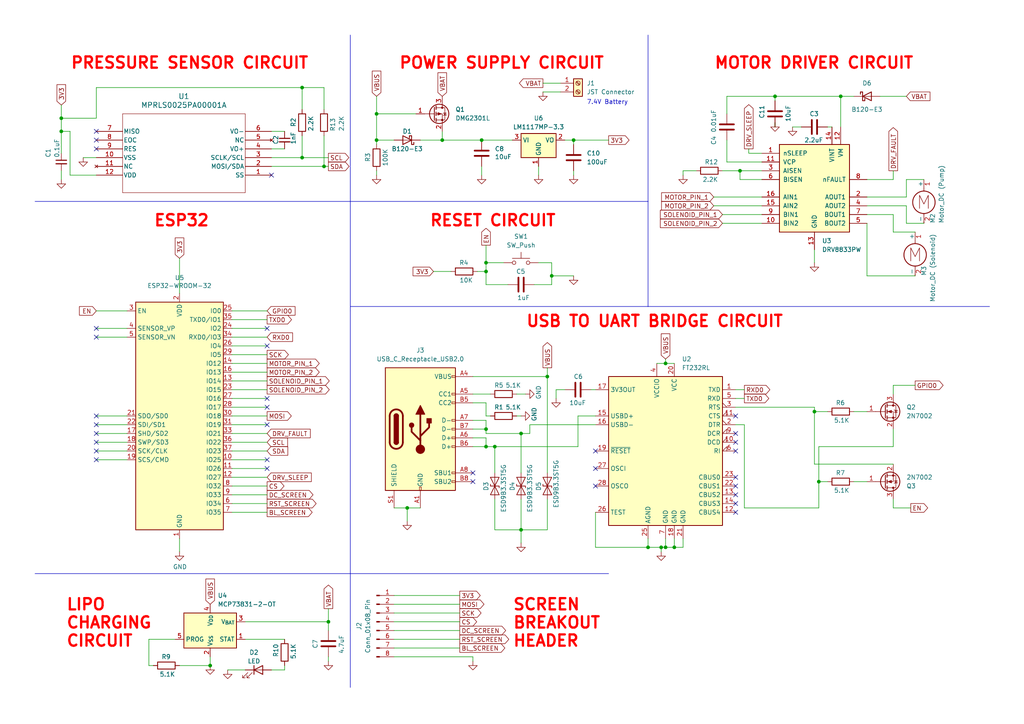
<source format=kicad_sch>
(kicad_sch (version 20230121) (generator eeschema)
  (paper "A4")
  (title_block (title "BP - Initial Revision") (date "2023-11-16") (rev "1"))
  (lib_symbols
    (symbol "Battery_Management:MCP73831-2-OT"
      (property "Reference" "U" (at -7.62 6.35 0))
      (property "Value" "MCP73831-2-OT" (at 1.27 6.35 0))
      (symbol "MCP73831-2-OT_1_1"
        (pin output line (at 10.16 -2.54 180) (length 2.54) (name "STAT") (number "1"))
        (pin power_in line (at 0 -7.62 90) (length 2.54) (name "V_{SS}") (number "2"))
        (pin power_out line (at 10.16 2.54 180) (length 2.54) (name "V_{BAT}") (number "3"))
        (pin power_in line (at 0 7.62 270) (length 2.54) (name "V_{DD}") (number "4"))
        (pin input line (at -10.16 -2.54 0) (length 2.54) (name "PROG") (number "5"))
      )
    )
    (symbol "Connector:Conn_01x08_Pin" (pin_names (offset 1.016) hide)
      (property "Reference" "J" (at 0 10.16 0))
      (property "Value" "Conn_01x08_Pin" (at 0 -12.7 0))
      (symbol "Conn_01x08_Pin_1_1"
        (pin passive line (at 5.08 7.62 180) (length 3.81) (name "Pin_1") (number "1"))
        (pin passive line (at 5.08 5.08 180) (length 3.81) (name "Pin_2") (number "2"))
        (pin passive line (at 5.08 2.54 180) (length 3.81) (name "Pin_3") (number "3"))
        (pin passive line (at 5.08 0 180) (length 3.81) (name "Pin_4") (number "4"))
        (pin passive line (at 5.08 -2.54 180) (length 3.81) (name "Pin_5") (number "5"))
        (pin passive line (at 5.08 -5.08 180) (length 3.81) (name "Pin_6") (number "6"))
        (pin passive line (at 5.08 -7.62 180) (length 3.81) (name "Pin_7") (number "7"))
        (pin passive line (at 5.08 -10.16 180) (length 3.81) (name "Pin_8") (number "8"))
      )
    )
    (symbol "Connector:Screw_Terminal_01x02" (pin_names (offset 1.016) hide)
      (property "Reference" "J" (at 0 2.54 0))
      (property "Value" "Screw_Terminal_01x02" (at 0 -5.08 0))
      (symbol "Screw_Terminal_01x02_1_1"
        (pin passive line (at -5.08 0 0) (length 3.81) (name "Pin_1") (number "1"))
        (pin passive line (at -5.08 -2.54 0) (length 3.81) (name "Pin_2") (number "2"))
      )
    )
    (symbol "Connector:USB_C_Receptacle_USB2.0" (pin_names (offset 1.016))
      (property "Reference" "J" (at -10.16 19.05 0))
      (property "Value" "USB_C_Receptacle_USB2.0" (at 19.05 19.05 0))
      (symbol "USB_C_Receptacle_USB2.0_1_1"
        (pin passive line (at 0 -22.86 90) (length 5.08) (name "GND") (number "A1"))
        (pin passive line (at 0 -22.86 90) (length 5.08) hide (name "GND") (number "A12"))
        (pin passive line (at 15.24 15.24 180) (length 5.08) (name "VBUS") (number "A4"))
        (pin bidirectional line (at 15.24 10.16 180) (length 5.08) (name "CC1") (number "A5"))
        (pin bidirectional line (at 15.24 -2.54 180) (length 5.08) (name "D+") (number "A6"))
        (pin bidirectional line (at 15.24 2.54 180) (length 5.08) (name "D-") (number "A7"))
        (pin bidirectional line (at 15.24 -12.7 180) (length 5.08) (name "SBU1") (number "A8"))
        (pin passive line (at 15.24 15.24 180) (length 5.08) hide (name "VBUS") (number "A9"))
        (pin passive line (at 0 -22.86 90) (length 5.08) hide (name "GND") (number "B1"))
        (pin passive line (at 0 -22.86 90) (length 5.08) hide (name "GND") (number "B12"))
        (pin passive line (at 15.24 15.24 180) (length 5.08) hide (name "VBUS") (number "B4"))
        (pin bidirectional line (at 15.24 7.62 180) (length 5.08) (name "CC2") (number "B5"))
        (pin bidirectional line (at 15.24 -5.08 180) (length 5.08) (name "D+") (number "B6"))
        (pin bidirectional line (at 15.24 0 180) (length 5.08) (name "D-") (number "B7"))
        (pin bidirectional line (at 15.24 -15.24 180) (length 5.08) (name "SBU2") (number "B8"))
        (pin passive line (at 15.24 15.24 180) (length 5.08) hide (name "VBUS") (number "B9"))
        (pin passive line (at -7.62 -22.86 90) (length 5.08) (name "SHIELD") (number "S1"))
      )
    )
    (symbol "Device:C" (pin_numbers hide) (pin_names (offset 0.254))
      (property "Reference" "C" (at 0.635 2.54 0))
      (property "Value" "C" (at 0.635 -2.54 0))
      (symbol "C_1_1"
        (pin passive line (at 0 3.81 270) (length 2.794) (name "~") (number "1"))
        (pin passive line (at 0 -3.81 90) (length 2.794) (name "~") (number "2"))
      )
    )
    (symbol "Device:C_Small" (pin_numbers hide) (pin_names (offset 0.254) hide)
      (property "Reference" "C" (at 0.254 1.778 0))
      (property "Value" "C_Small" (at 0.254 -2.032 0))
      (symbol "C_Small_1_1"
        (pin passive line (at 0 2.54 270) (length 2.032) (name "~") (number "1"))
        (pin passive line (at 0 -2.54 90) (length 2.032) (name "~") (number "2"))
      )
    )
    (symbol "Device:LED" (pin_numbers hide) (pin_names (offset 1.016) hide)
      (property "Reference" "D" (at 0 2.54 0))
      (property "Value" "LED" (at 0 -2.54 0))
      (symbol "LED_1_1"
        (pin passive line (at -3.81 0 0) (length 2.54) (name "K") (number "1"))
        (pin passive line (at 3.81 0 180) (length 2.54) (name "A") (number "2"))
      )
    )
    (symbol "Device:R" (pin_numbers hide) (pin_names (offset 0))
      (property "Reference" "R" (at 2.032 0 90))
      (property "Value" "R" (at 0 0 90))
      (symbol "R_1_1"
        (pin passive line (at 0 3.81 270) (length 1.27) (name "~") (number "1"))
        (pin passive line (at 0 -3.81 90) (length 1.27) (name "~") (number "2"))
      )
    )
    (symbol "Diode:B120-E3" (pin_numbers hide) (pin_names hide)
      (property "Reference" "D" (at 0 2.54 0))
      (property "Value" "B120-E3" (at 0 -2.54 0))
      (symbol "B120-E3_1_1"
        (pin passive line (at -3.81 0 0) (length 2.54) (name "K") (number "1"))
        (pin passive line (at 3.81 0 180) (length 2.54) (name "A") (number "2"))
      )
    )
    (symbol "Diode:ESD9B3.3ST5G" (pin_numbers hide) (pin_names (offset 1.016) hide)
      (property "Reference" "D" (at 0 2.54 0))
      (property "Value" "ESD9B3.3ST5G" (at 0 -2.54 0))
      (symbol "ESD9B3.3ST5G_1_1"
        (pin passive line (at -3.81 0 0) (length 2.54) (name "A1") (number "1"))
        (pin passive line (at 3.81 0 180) (length 2.54) (name "A2") (number "2"))
      )
    )
    (symbol "Driver_Motor:DRV8833PW" (pin_names (offset 1.016))
      (property "Reference" "U" (at -3.81 16.51 0))
      (property "Value" "DRV8833PW" (at -3.81 13.97 0))
      (symbol "DRV8833PW_1_1"
        (pin input line (at -15.24 10.16 0) (length 5.08) (name "nSLEEP") (number "1"))
        (pin input line (at -15.24 -10.16 0) (length 5.08) (name "BIN2") (number "10"))
        (pin bidirectional line (at -15.24 7.62 0) (length 5.08) (name "VCP") (number "11"))
        (pin power_in line (at 7.62 17.78 270) (length 5.08) (name "VM") (number "12"))
        (pin power_in line (at 0 -17.78 90) (length 5.08) (name "GND") (number "13"))
        (pin power_in line (at 5.08 17.78 270) (length 5.08) (name "VINT") (number "14"))
        (pin input line (at -15.24 -5.08 0) (length 5.08) (name "AIN2") (number "15"))
        (pin input line (at -15.24 -2.54 0) (length 5.08) (name "AIN1") (number "16"))
        (pin power_out line (at 15.24 -2.54 180) (length 5.08) (name "AOUT1") (number "2"))
        (pin bidirectional line (at -15.24 5.08 0) (length 5.08) (name "AISEN") (number "3"))
        (pin power_out line (at 15.24 -5.08 180) (length 5.08) (name "AOUT2") (number "4"))
        (pin power_out line (at 15.24 -10.16 180) (length 5.08) (name "BOUT2") (number "5"))
        (pin bidirectional line (at -15.24 2.54 0) (length 5.08) (name "BISEN") (number "6"))
        (pin power_out line (at 15.24 -7.62 180) (length 5.08) (name "BOUT1") (number "7"))
        (pin open_collector line (at 15.24 2.54 180) (length 5.08) (name "nFAULT") (number "8"))
        (pin input line (at -15.24 -7.62 0) (length 5.08) (name "BIN1") (number "9"))
      )
    )
    (symbol "Interface_USB:FT232RL"
      (property "Reference" "U" (at -16.51 22.86 0))
      (property "Value" "FT232RL" (at 10.16 22.86 0))
      (symbol "FT232RL_1_1"
        (pin output line (at 20.32 17.78 180) (length 3.81) (name "TXD") (number "1"))
        (pin input input_low (at 20.32 2.54 180) (length 3.81) (name "DCD") (number "10"))
        (pin input input_low (at 20.32 10.16 180) (length 3.81) (name "CTS") (number "11"))
        (pin bidirectional line (at 20.32 -17.78 180) (length 3.81) (name "CBUS4") (number "12"))
        (pin bidirectional line (at 20.32 -12.7 180) (length 3.81) (name "CBUS2") (number "13"))
        (pin bidirectional line (at 20.32 -15.24 180) (length 3.81) (name "CBUS3") (number "14"))
        (pin bidirectional line (at -20.32 10.16 0) (length 3.81) (name "USBD+") (number "15"))
        (pin bidirectional line (at -20.32 7.62 0) (length 3.81) (name "USBD-") (number "16"))
        (pin power_out line (at -20.32 17.78 0) (length 3.81) (name "3V3OUT") (number "17"))
        (pin power_in line (at 2.54 -25.4 90) (length 3.81) (name "GND") (number "18"))
        (pin input line (at -20.32 0 0) (length 3.81) (name "~{RESET}") (number "19"))
        (pin output output_low (at 20.32 7.62 180) (length 3.81) (name "DTR") (number "2"))
        (pin power_in line (at 2.54 25.4 270) (length 3.81) (name "VCC") (number "20"))
        (pin power_in line (at 5.08 -25.4 90) (length 3.81) (name "GND") (number "21"))
        (pin bidirectional line (at 20.32 -10.16 180) (length 3.81) (name "CBUS1") (number "22"))
        (pin bidirectional line (at 20.32 -7.62 180) (length 3.81) (name "CBUS0") (number "23"))
        (pin power_in line (at -5.08 -25.4 90) (length 3.81) (name "AGND") (number "25"))
        (pin input line (at -20.32 -17.78 0) (length 3.81) (name "TEST") (number "26"))
        (pin input line (at -20.32 -5.08 0) (length 3.81) (name "OSCI") (number "27"))
        (pin output line (at -20.32 -10.16 0) (length 3.81) (name "OSCO") (number "28"))
        (pin output output_low (at 20.32 12.7 180) (length 3.81) (name "RTS") (number "3"))
        (pin power_in line (at -2.54 25.4 270) (length 3.81) (name "VCCIO") (number "4"))
        (pin input line (at 20.32 15.24 180) (length 3.81) (name "RXD") (number "5"))
        (pin input input_low (at 20.32 0 180) (length 3.81) (name "RI") (number "6"))
        (pin power_in line (at 0 -25.4 90) (length 3.81) (name "GND") (number "7"))
        (pin input input_low (at 20.32 5.08 180) (length 3.81) (name "DCR") (number "9"))
      )
    )
    (symbol "MPRLS0025PA00001A:MPRLS0025PA00001A" (pin_names (offset 0.254))
      (property "Reference" "U" (at 25.4 10.16 0))
      (property "Value" "MPRLS0025PA00001A" (at 25.4 7.62 0))
      (symbol "MPRLS0025PA00001A_0_1"
        (pin unspecified line (at 0 0 0) (length 7.62) (name "SS") (number "1"))
        (pin power_out line (at 50.8 -5.08 180) (length 7.62) (name "VSS") (number "10"))
        (pin no_connect line (at 50.8 -2.54 180) (length 7.62) (name "NC") (number "11"))
        (pin power_in line (at 50.8 0 180) (length 7.62) (name "VDD") (number "12"))
        (pin bidirectional line (at 0 -2.54 0) (length 7.62) (name "MOSI/SDA") (number "2"))
        (pin input line (at 0 -5.08 0) (length 7.62) (name "SCLK/SCL") (number "3"))
        (pin output line (at 0 -7.62 0) (length 7.62) (name "VO+") (number "4"))
        (pin no_connect line (at 0 -10.16 0) (length 7.62) (name "NC") (number "5"))
        (pin output line (at 0 -12.7 0) (length 7.62) (name "VO-") (number "6"))
        (pin output line (at 50.8 -12.7 180) (length 7.62) (name "MISO") (number "7"))
        (pin unspecified line (at 50.8 -10.16 180) (length 7.62) (name "EOC") (number "8"))
        (pin unspecified line (at 50.8 -7.62 180) (length 7.62) (name "RES") (number "9"))
      )
    )
    (symbol "Motor:Motor_DC" (pin_names (offset 0))
      (property "Reference" "M" (at 2.54 2.54 0))
      (property "Value" "Motor_DC" (at 2.54 -5.08 0))
      (symbol "Motor_DC_1_1"
        (pin passive line (at 0 5.08 270) (length 2.54) (name "+") (number "1"))
        (pin passive line (at 0 -7.62 90) (length 2.54) (name "-") (number "2"))
      )
    )
    (symbol "RF_Module:ESP32-WROOM-32D"
      (property "Reference" "U" (at -12.7 34.29 0))
      (property "Value" "ESP32-WROOM-32D" (at 1.27 34.29 0))
      (symbol "ESP32-WROOM-32D_1_1"
        (pin power_in line (at 0 -35.56 90) (length 2.54) (name "GND") (number "1"))
        (pin bidirectional line (at 15.24 -12.7 180) (length 2.54) (name "IO25") (number "10"))
        (pin bidirectional line (at 15.24 -15.24 180) (length 2.54) (name "IO26") (number "11"))
        (pin bidirectional line (at 15.24 -17.78 180) (length 2.54) (name "IO27") (number "12"))
        (pin bidirectional line (at 15.24 10.16 180) (length 2.54) (name "IO14") (number "13"))
        (pin bidirectional line (at 15.24 15.24 180) (length 2.54) (name "IO12") (number "14"))
        (pin passive line (at 0 -35.56 90) (length 2.54) hide (name "GND") (number "15"))
        (pin bidirectional line (at 15.24 12.7 180) (length 2.54) (name "IO13") (number "16"))
        (pin bidirectional line (at -15.24 -5.08 0) (length 2.54) (name "SHD/SD2") (number "17"))
        (pin bidirectional line (at -15.24 -7.62 0) (length 2.54) (name "SWP/SD3") (number "18"))
        (pin bidirectional line (at -15.24 -12.7 0) (length 2.54) (name "SCS/CMD") (number "19"))
        (pin power_in line (at 0 35.56 270) (length 2.54) (name "VDD") (number "2"))
        (pin bidirectional line (at -15.24 -10.16 0) (length 2.54) (name "SCK/CLK") (number "20"))
        (pin bidirectional line (at -15.24 0 0) (length 2.54) (name "SDO/SD0") (number "21"))
        (pin bidirectional line (at -15.24 -2.54 0) (length 2.54) (name "SDI/SD1") (number "22"))
        (pin bidirectional line (at 15.24 7.62 180) (length 2.54) (name "IO15") (number "23"))
        (pin bidirectional line (at 15.24 25.4 180) (length 2.54) (name "IO2") (number "24"))
        (pin bidirectional line (at 15.24 30.48 180) (length 2.54) (name "IO0") (number "25"))
        (pin bidirectional line (at 15.24 20.32 180) (length 2.54) (name "IO4") (number "26"))
        (pin bidirectional line (at 15.24 5.08 180) (length 2.54) (name "IO16") (number "27"))
        (pin bidirectional line (at 15.24 2.54 180) (length 2.54) (name "IO17") (number "28"))
        (pin bidirectional line (at 15.24 17.78 180) (length 2.54) (name "IO5") (number "29"))
        (pin input line (at -15.24 30.48 0) (length 2.54) (name "EN") (number "3"))
        (pin bidirectional line (at 15.24 0 180) (length 2.54) (name "IO18") (number "30"))
        (pin bidirectional line (at 15.24 -2.54 180) (length 2.54) (name "IO19") (number "31"))
        (pin no_connect line (at -12.7 -27.94 0) (length 2.54) hide (name "NC") (number "32"))
        (pin bidirectional line (at 15.24 -5.08 180) (length 2.54) (name "IO21") (number "33"))
        (pin bidirectional line (at 15.24 22.86 180) (length 2.54) (name "RXD0/IO3") (number "34"))
        (pin bidirectional line (at 15.24 27.94 180) (length 2.54) (name "TXD0/IO1") (number "35"))
        (pin bidirectional line (at 15.24 -7.62 180) (length 2.54) (name "IO22") (number "36"))
        (pin bidirectional line (at 15.24 -10.16 180) (length 2.54) (name "IO23") (number "37"))
        (pin passive line (at 0 -35.56 90) (length 2.54) hide (name "GND") (number "38"))
        (pin passive line (at 0 -35.56 90) (length 2.54) hide (name "GND") (number "39"))
        (pin input line (at -15.24 25.4 0) (length 2.54) (name "SENSOR_VP") (number "4"))
        (pin input line (at -15.24 22.86 0) (length 2.54) (name "SENSOR_VN") (number "5"))
        (pin input line (at 15.24 -25.4 180) (length 2.54) (name "IO34") (number "6"))
        (pin input line (at 15.24 -27.94 180) (length 2.54) (name "IO35") (number "7"))
        (pin bidirectional line (at 15.24 -20.32 180) (length 2.54) (name "IO32") (number "8"))
        (pin bidirectional line (at 15.24 -22.86 180) (length 2.54) (name "IO33") (number "9"))
      )
    )
    (symbol "Regulator_Linear:LM1117MP-3.3"
      (property "Reference" "U" (at -3.81 3.175 0))
      (property "Value" "LM1117MP-3.3" (at 0 3.175 0))
      (symbol "LM1117MP-3.3_1_1"
        (pin power_in line (at 0 -7.62 90) (length 2.54) (name "GND") (number "1"))
        (pin power_out line (at 7.62 0 180) (length 2.54) (name "VO") (number "2"))
        (pin power_in line (at -7.62 0 0) (length 2.54) (name "VI") (number "3"))
      )
    )
    (symbol "Switch:SW_Push" (pin_numbers hide) (pin_names (offset 1.016) hide)
      (property "Reference" "SW" (at 1.27 2.54 0))
      (property "Value" "SW_Push" (at 0 -1.524 0))
      (symbol "SW_Push_0_1"
        (pin passive line (at -5.08 0 0) (length 2.54) (name "1") (number "1"))
        (pin passive line (at 5.08 0 180) (length 2.54) (name "2") (number "2"))
      )
    )
    (symbol "Transistor_FET:2N7002" (pin_names hide)
      (property "Reference" "Q" (at 5.08 1.905 0))
      (property "Value" "2N7002" (at 5.08 0 0))
      (symbol "2N7002_1_1"
        (pin input line (at -5.08 0 0) (length 2.54) (name "G") (number "1"))
        (pin passive line (at 2.54 -5.08 90) (length 2.54) (name "S") (number "2"))
        (pin passive line (at 2.54 5.08 270) (length 2.54) (name "D") (number "3"))
      )
    )
    (symbol "Transistor_FET:DMG2301L" (pin_names hide)
      (property "Reference" "Q" (at 5.08 1.905 0))
      (property "Value" "DMG2301L" (at 5.08 0 0))
      (symbol "DMG2301L_1_1"
        (pin input line (at -5.08 0 0) (length 2.54) (name "G") (number "1"))
        (pin passive line (at 2.54 -5.08 90) (length 2.54) (name "S") (number "2"))
        (pin passive line (at 2.54 5.08 270) (length 2.54) (name "D") (number "3"))
      )
    )
    (symbol "power:GND" (power) (pin_names (offset 0))
      (property "Value" "GND" (at 0 -3.81 0))
      (symbol "GND_1_1"
        (pin power_in line (at 0 0 270) (length 0) hide (name "GND") (number "1"))
      )
    )
  )
  (junction (at 140.97 124.46))
  (junction (at 151.13 153.67))
  (junction (at 139.7 40.64))
  (junction (at 95.25 180.34))
  (junction (at 140.97 76.2))
  (junction (at 109.22 40.64))
  (junction (at 140.97 129.54))
  (junction (at 109.22 33.02))
  (junction (at 158.75 109.22))
  (junction (at 195.58 158.75))
  (junction (at 237.49 139.7))
  (junction (at 17.78 38.1))
  (junction (at 128.27 40.64))
  (junction (at 191.77 158.75))
  (junction (at 87.63 25.4))
  (junction (at 151.13 125.73))
  (junction (at 140.97 78.74))
  (junction (at 60.96 193.04))
  (junction (at 243.84 27.94))
  (junction (at 93.98 48.26))
  (junction (at 87.63 45.72))
  (junction (at 193.04 158.75))
  (junction (at 236.22 119.38))
  (junction (at 214.63 49.53))
  (junction (at 193.04 105.41))
  (junction (at 17.78 34.29))
  (junction (at 118.11 147.32))
  (junction (at 160.02 80.01))
  (junction (at 187.96 158.75))
  (junction (at 143.51 129.54))
  (junction (at 166.37 40.64))
  (junction (at 224.79 27.94))
  (no_connect (at 172.72 140.97))
  (no_connect (at 27.94 125.73))
  (no_connect (at 27.94 123.19))
  (no_connect (at 27.94 97.79))
  (no_connect (at 213.36 120.65))
  (no_connect (at 27.94 40.64))
  (no_connect (at 137.16 139.7))
  (no_connect (at 213.36 125.73))
  (no_connect (at 172.72 130.81))
  (no_connect (at 77.47 115.57))
  (no_connect (at 213.36 128.27))
  (no_connect (at 77.47 118.11))
  (no_connect (at 213.36 146.05))
  (no_connect (at 27.94 133.35))
  (no_connect (at 213.36 143.51))
  (no_connect (at 27.94 43.18))
  (no_connect (at 77.47 95.25))
  (no_connect (at 213.36 140.97))
  (no_connect (at 213.36 138.43))
  (no_connect (at 78.74 50.8))
  (no_connect (at 172.72 135.89))
  (no_connect (at 213.36 130.81))
  (no_connect (at 77.47 135.89))
  (no_connect (at 77.47 133.35))
  (no_connect (at 77.47 100.33))
  (no_connect (at 27.94 128.27))
  (no_connect (at 137.16 137.16))
  (no_connect (at 27.94 95.25))
  (no_connect (at 27.94 130.81))
  (no_connect (at 77.47 123.19))
  (no_connect (at 27.94 120.65))
  (no_connect (at 213.36 148.59))
  (no_connect (at 27.94 38.1))
  (wire (pts (xy 143.51 129.54) (xy 143.51 137.16)))
  (wire (pts (xy 220.98 49.53) (xy 214.63 49.53)))
  (wire (pts (xy 158.75 106.68) (xy 158.75 109.22)))
  (wire (pts (xy 67.31 95.25) (xy 77.47 95.25)))
  (polyline (pts (xy 101.6 90.17) (xy 101.6 166.37)))
  (wire (pts (xy 93.98 25.4) (xy 93.98 31.75)))
  (wire (pts (xy 71.12 185.42) (xy 82.55 185.42)))
  (wire (pts (xy 259.08 62.23) (xy 259.08 67.31)))
  (wire (pts (xy 140.97 78.74) (xy 140.97 82.55)))
  (wire (pts (xy 193.04 105.41) (xy 195.58 105.41)))
  (wire (pts (xy 167.64 120.65) (xy 172.72 120.65)))
  (wire (pts (xy 251.46 80.01) (xy 265.43 80.01)))
  (polyline (pts (xy 101.6 166.37) (xy 101.6 182.88)))
  (wire (pts (xy 251.46 64.77) (xy 251.46 80.01)))
  (wire (pts (xy 27.94 95.25) (xy 36.83 95.25)))
  (wire (pts (xy 236.22 134.62) (xy 236.22 119.38)))
  (wire (pts (xy 139.7 40.64) (xy 148.59 40.64)))
  (polyline (pts (xy 101.6 10.16) (xy 101.6 58.42)))
  (wire (pts (xy 158.75 109.22) (xy 137.16 109.22)))
  (wire (pts (xy 237.49 139.7) (xy 240.03 139.7)))
  (wire (pts (xy 193.04 158.75) (xy 195.58 158.75)))
  (wire (pts (xy 237.49 129.54) (xy 237.49 139.7)))
  (wire (pts (xy 87.63 45.72) (xy 95.25 45.72)))
  (wire (pts (xy 207.01 57.15) (xy 220.98 57.15)))
  (wire (pts (xy 114.3 147.32) (xy 118.11 147.32)))
  (wire (pts (xy 153.67 125.73) (xy 153.67 123.19)))
  (wire (pts (xy 24.13 45.72) (xy 27.94 45.72)))
  (wire (pts (xy 259.08 147.32) (xy 264.16 147.32)))
  (wire (pts (xy 247.65 119.38) (xy 251.46 119.38)))
  (wire (pts (xy 217.17 44.45) (xy 220.98 44.45)))
  (wire (pts (xy 137.16 121.92) (xy 140.97 121.92)))
  (wire (pts (xy 143.51 129.54) (xy 167.64 129.54)))
  (wire (pts (xy 27.94 130.81) (xy 36.83 130.81)))
  (wire (pts (xy 67.31 133.35) (xy 77.47 133.35)))
  (wire (pts (xy 128.27 40.64) (xy 139.7 40.64)))
  (wire (pts (xy 95.25 180.34) (xy 95.25 182.88)))
  (wire (pts (xy 193.04 156.21) (xy 193.04 158.75)))
  (wire (pts (xy 259.08 147.32) (xy 259.08 144.78)))
  (wire (pts (xy 143.51 153.67) (xy 151.13 153.67)))
  (wire (pts (xy 67.31 128.27) (xy 77.47 128.27)))
  (wire (pts (xy 114.3 180.34) (xy 133.35 180.34)))
  (wire (pts (xy 154.94 82.55) (xy 160.02 82.55)))
  (polyline (pts (xy 187.96 58.42) (xy 101.6 58.42)))
  (wire (pts (xy 95.25 190.5) (xy 95.25 191.77)))
  (wire (pts (xy 198.12 156.21) (xy 198.12 158.75)))
  (wire (pts (xy 67.31 146.05) (xy 77.47 146.05)))
  (wire (pts (xy 67.31 90.17) (xy 77.47 90.17)))
  (wire (pts (xy 114.3 190.5) (xy 137.16 190.5)))
  (wire (pts (xy 137.16 190.5) (xy 137.16 191.77)))
  (wire (pts (xy 27.94 50.8) (xy 20.32 50.8)))
  (wire (pts (xy 52.07 193.04) (xy 60.96 193.04)))
  (wire (pts (xy 109.22 33.02) (xy 109.22 40.64)))
  (wire (pts (xy 151.13 157.48) (xy 151.13 153.67)))
  (wire (pts (xy 109.22 27.94) (xy 109.22 33.02)))
  (wire (pts (xy 143.51 144.78) (xy 143.51 153.67)))
  (wire (pts (xy 247.65 139.7) (xy 251.46 139.7)))
  (wire (pts (xy 137.16 127) (xy 140.97 127)))
  (wire (pts (xy 17.78 49.53) (xy 17.78 52.07)))
  (wire (pts (xy 220.98 52.07) (xy 214.63 52.07)))
  (wire (pts (xy 67.31 118.11) (xy 77.47 118.11)))
  (wire (pts (xy 215.9 147.32) (xy 237.49 147.32)))
  (wire (pts (xy 140.97 82.55) (xy 147.32 82.55)))
  (wire (pts (xy 67.31 135.89) (xy 77.47 135.89)))
  (wire (pts (xy 78.74 43.18) (xy 82.55 43.18)))
  (wire (pts (xy 209.55 49.53) (xy 214.63 49.53)))
  (wire (pts (xy 149.86 114.3) (xy 152.4 114.3)))
  (wire (pts (xy 210.82 27.94) (xy 224.79 27.94)))
  (wire (pts (xy 160.02 76.2) (xy 160.02 80.01)))
  (wire (pts (xy 43.18 185.42) (xy 43.18 193.04)))
  (wire (pts (xy 171.45 113.03) (xy 172.72 113.03)))
  (wire (pts (xy 243.84 27.94) (xy 247.65 27.94)))
  (wire (pts (xy 78.74 48.26) (xy 93.98 48.26)))
  (wire (pts (xy 140.97 116.84) (xy 140.97 120.65)))
  (wire (pts (xy 251.46 59.69) (xy 262.89 59.69)))
  (wire (pts (xy 251.46 62.23) (xy 259.08 62.23)))
  (wire (pts (xy 140.97 127) (xy 140.97 129.54)))
  (wire (pts (xy 67.31 113.03) (xy 77.47 113.03)))
  (wire (pts (xy 95.25 180.34) (xy 95.25 176.53)))
  (wire (pts (xy 27.94 90.17) (xy 36.83 90.17)))
  (wire (pts (xy 259.08 111.76) (xy 265.43 111.76)))
  (wire (pts (xy 20.32 50.8) (xy 20.32 38.1)))
  (wire (pts (xy 67.31 105.41) (xy 77.47 105.41)))
  (wire (pts (xy 52.07 156.21) (xy 52.07 160.02)))
  (wire (pts (xy 138.43 78.74) (xy 140.97 78.74)))
  (wire (pts (xy 17.78 34.29) (xy 17.78 38.1)))
  (wire (pts (xy 214.63 52.07) (xy 214.63 49.53)))
  (wire (pts (xy 114.3 177.8) (xy 133.35 177.8)))
  (wire (pts (xy 160.02 80.01) (xy 166.37 80.01)))
  (wire (pts (xy 213.36 123.19) (xy 215.9 123.19)))
  (wire (pts (xy 166.37 40.64) (xy 166.37 41.91)))
  (wire (pts (xy 137.16 114.3) (xy 142.24 114.3)))
  (wire (pts (xy 224.79 35.56) (xy 224.79 36.83)))
  (wire (pts (xy 210.82 46.99) (xy 220.98 46.99)))
  (wire (pts (xy 157.48 26.67) (xy 162.56 26.67)))
  (wire (pts (xy 52.07 74.93) (xy 52.07 85.09)))
  (wire (pts (xy 139.7 48.26) (xy 139.7 50.8)))
  (wire (pts (xy 210.82 27.94) (xy 210.82 33.02)))
  (wire (pts (xy 67.31 115.57) (xy 77.47 115.57)))
  (wire (pts (xy 195.58 158.75) (xy 198.12 158.75)))
  (wire (pts (xy 114.3 187.96) (xy 133.35 187.96)))
  (wire (pts (xy 27.94 123.19) (xy 36.83 123.19)))
  (wire (pts (xy 140.97 121.92) (xy 140.97 124.46)))
  (wire (pts (xy 262.89 64.77) (xy 267.97 64.77)))
  (wire (pts (xy 67.31 130.81) (xy 77.47 130.81)))
  (wire (pts (xy 87.63 25.4) (xy 87.63 31.75)))
  (wire (pts (xy 67.31 148.59) (xy 77.47 148.59)))
  (wire (pts (xy 128.27 38.1) (xy 128.27 40.64)))
  (wire (pts (xy 27.94 120.65) (xy 36.83 120.65)))
  (wire (pts (xy 67.31 100.33) (xy 77.47 100.33)))
  (wire (pts (xy 118.11 147.32) (xy 121.92 147.32)))
  (wire (pts (xy 137.16 116.84) (xy 140.97 116.84)))
  (wire (pts (xy 82.55 194.31) (xy 78.74 194.31)))
  (wire (pts (xy 140.97 76.2) (xy 146.05 76.2)))
  (wire (pts (xy 259.08 52.07) (xy 259.08 49.53)))
  (wire (pts (xy 140.97 129.54) (xy 143.51 129.54)))
  (wire (pts (xy 118.11 147.32) (xy 118.11 151.13)))
  (wire (pts (xy 71.12 180.34) (xy 95.25 180.34)))
  (wire (pts (xy 166.37 49.53) (xy 166.37 50.8)))
  (wire (pts (xy 120.65 33.02) (xy 109.22 33.02)))
  (wire (pts (xy 160.02 80.01) (xy 160.02 82.55)))
  (polyline (pts (xy 101.6 182.88) (xy 101.6 199.39)))
  (wire (pts (xy 151.13 125.73) (xy 153.67 125.73)))
  (wire (pts (xy 27.94 25.4) (xy 87.63 25.4)))
  (wire (pts (xy 114.3 182.88) (xy 133.35 182.88)))
  (polyline (pts (xy 187.96 10.16) (xy 187.96 58.42)))
  (wire (pts (xy 60.96 190.5) (xy 60.96 193.04)))
  (wire (pts (xy 125.73 78.74) (xy 130.81 78.74)))
  (wire (pts (xy 167.64 129.54) (xy 167.64 120.65)))
  (wire (pts (xy 27.94 125.73) (xy 36.83 125.73)))
  (wire (pts (xy 224.79 27.94) (xy 243.84 27.94)))
  (wire (pts (xy 67.31 140.97) (xy 77.47 140.97)))
  (wire (pts (xy 198.12 50.8) (xy 198.12 49.53)))
  (polyline (pts (xy 187.96 58.42) (xy 187.96 88.9)))
  (wire (pts (xy 187.96 156.21) (xy 187.96 158.75)))
  (wire (pts (xy 153.67 123.19) (xy 172.72 123.19)))
  (wire (pts (xy 187.96 158.75) (xy 191.77 158.75)))
  (wire (pts (xy 67.31 138.43) (xy 77.47 138.43)))
  (wire (pts (xy 67.31 125.73) (xy 77.47 125.73)))
  (wire (pts (xy 109.22 49.53) (xy 109.22 50.8)))
  (wire (pts (xy 17.78 30.48) (xy 17.78 34.29)))
  (wire (pts (xy 243.84 27.94) (xy 243.84 36.83)))
  (wire (pts (xy 210.82 40.64) (xy 210.82 46.99)))
  (wire (pts (xy 237.49 139.7) (xy 237.49 147.32)))
  (wire (pts (xy 114.3 185.42) (xy 133.35 185.42)))
  (wire (pts (xy 213.36 118.11) (xy 236.22 118.11)))
  (wire (pts (xy 151.13 144.78) (xy 151.13 153.67)))
  (wire (pts (xy 262.89 57.15) (xy 262.89 52.07)))
  (wire (pts (xy 236.22 118.11) (xy 236.22 119.38)))
  (wire (pts (xy 262.89 52.07) (xy 267.97 52.07)))
  (wire (pts (xy 259.08 67.31) (xy 265.43 67.31)))
  (polyline (pts (xy 101.6 58.42) (xy 101.6 90.17)))
  (wire (pts (xy 67.31 143.51) (xy 77.47 143.51)))
  (wire (pts (xy 156.21 76.2) (xy 160.02 76.2)))
  (wire (pts (xy 82.55 193.04) (xy 82.55 194.31)))
  (wire (pts (xy 67.31 92.71) (xy 77.47 92.71)))
  (wire (pts (xy 121.92 40.64) (xy 128.27 40.64)))
  (wire (pts (xy 67.31 102.87) (xy 77.47 102.87)))
  (wire (pts (xy 93.98 39.37) (xy 93.98 48.26)))
  (wire (pts (xy 172.72 148.59) (xy 172.72 158.75)))
  (polyline (pts (xy 101.6 166.37) (xy 176.53 166.37)))
  (wire (pts (xy 172.72 158.75) (xy 187.96 158.75)))
  (wire (pts (xy 215.9 123.19) (xy 215.9 147.32)))
  (wire (pts (xy 109.22 40.64) (xy 109.22 41.91)))
  (wire (pts (xy 195.58 156.21) (xy 195.58 158.75)))
  (wire (pts (xy 140.97 125.73) (xy 151.13 125.73)))
  (wire (pts (xy 236.22 119.38) (xy 240.03 119.38)))
  (wire (pts (xy 67.31 107.95) (xy 77.47 107.95)))
  (wire (pts (xy 193.04 104.14) (xy 193.04 105.41)))
  (wire (pts (xy 209.55 64.77) (xy 220.98 64.77)))
  (wire (pts (xy 140.97 120.65) (xy 142.24 120.65)))
  (wire (pts (xy 198.12 49.53) (xy 201.93 49.53)))
  (wire (pts (xy 161.29 113.03) (xy 161.29 115.57)))
  (wire (pts (xy 114.3 172.72) (xy 133.35 172.72)))
  (wire (pts (xy 191.77 158.75) (xy 193.04 158.75)))
  (wire (pts (xy 236.22 72.39) (xy 236.22 76.2)))
  (wire (pts (xy 207.01 59.69) (xy 220.98 59.69)))
  (wire (pts (xy 255.27 27.94) (xy 262.89 27.94)))
  (wire (pts (xy 27.94 128.27) (xy 36.83 128.27)))
  (wire (pts (xy 163.83 40.64) (xy 166.37 40.64)))
  (wire (pts (xy 151.13 125.73) (xy 151.13 137.16)))
  (wire (pts (xy 241.3 36.83) (xy 240.03 36.83)))
  (wire (pts (xy 157.48 24.13) (xy 162.56 24.13)))
  (wire (pts (xy 217.17 43.18) (xy 217.17 44.45)))
  (wire (pts (xy 71.12 194.31) (xy 66.04 194.31)))
  (wire (pts (xy 229.87 36.83) (xy 232.41 36.83)))
  (wire (pts (xy 27.94 97.79) (xy 36.83 97.79)))
  (wire (pts (xy 213.36 115.57) (xy 215.9 115.57)))
  (wire (pts (xy 158.75 109.22) (xy 158.75 137.16)))
  (wire (pts (xy 67.31 123.19) (xy 77.47 123.19)))
  (wire (pts (xy 163.83 113.03) (xy 161.29 113.03)))
  (wire (pts (xy 259.08 129.54) (xy 237.49 129.54)))
  (wire (pts (xy 151.13 153.67) (xy 158.75 153.67)))
  (wire (pts (xy 43.18 185.42) (xy 50.8 185.42)))
  (wire (pts (xy 251.46 52.07) (xy 259.08 52.07)))
  (wire (pts (xy 259.08 124.46) (xy 259.08 129.54)))
  (wire (pts (xy 67.31 110.49) (xy 77.47 110.49)))
  (wire (pts (xy 224.79 27.94) (xy 224.79 29.21)))
  (wire (pts (xy 158.75 144.78) (xy 158.75 153.67)))
  (polyline (pts (xy 101.6 88.9) (xy 187.96 88.9)))
  (wire (pts (xy 137.16 124.46) (xy 140.97 124.46)))
  (wire (pts (xy 259.08 134.62) (xy 236.22 134.62)))
  (wire (pts (xy 209.55 62.23) (xy 220.98 62.23)))
  (wire (pts (xy 137.16 129.54) (xy 140.97 129.54)))
  (wire (pts (xy 17.78 38.1) (xy 17.78 44.45)))
  (wire (pts (xy 87.63 25.4) (xy 93.98 25.4)))
  (wire (pts (xy 78.74 38.1) (xy 82.55 38.1)))
  (wire (pts (xy 109.22 40.64) (xy 114.3 40.64)))
  (wire (pts (xy 213.36 113.03) (xy 215.9 113.03)))
  (wire (pts (xy 114.3 175.26) (xy 133.35 175.26)))
  (wire (pts (xy 262.89 59.69) (xy 262.89 64.77)))
  (wire (pts (xy 156.21 48.26) (xy 156.21 50.8)))
  (wire (pts (xy 27.94 133.35) (xy 36.83 133.35)))
  (wire (pts (xy 149.86 120.65) (xy 151.13 120.65)))
  (wire (pts (xy 43.18 193.04) (xy 44.45 193.04)))
  (wire (pts (xy 93.98 48.26) (xy 95.25 48.26)))
  (wire (pts (xy 20.32 38.1) (xy 17.78 38.1)))
  (wire (pts (xy 190.5 105.41) (xy 193.04 105.41)))
  (wire (pts (xy 67.31 97.79) (xy 77.47 97.79)))
  (wire (pts (xy 140.97 71.12) (xy 140.97 76.2)))
  (wire (pts (xy 140.97 125.73) (xy 140.97 124.46)))
  (wire (pts (xy 27.94 34.29) (xy 27.94 25.4)))
  (wire (pts (xy 87.63 39.37) (xy 87.63 45.72)))
  (polyline (pts (xy 10.16 166.37) (xy 101.6 166.37)))
  (wire (pts (xy 67.31 120.65) (xy 77.47 120.65)))
  (wire (pts (xy 259.08 114.3) (xy 259.08 111.76)))
  (wire (pts (xy 251.46 57.15) (xy 262.89 57.15)))
  (wire (pts (xy 166.37 40.64) (xy 176.53 40.64)))
  (wire (pts (xy 140.97 76.2) (xy 140.97 78.74)))
  (wire (pts (xy 191.77 158.75) (xy 191.77 160.02)))
  (wire (pts (xy 78.74 45.72) (xy 87.63 45.72)))
  (polyline (pts (xy 10.16 58.42) (xy 101.6 58.42)))
  (wire (pts (xy 17.78 34.29) (xy 27.94 34.29)))
  (polyline (pts (xy 187.96 88.9) (xy 287.02 88.9)))
  (text "PRESSURE SENSOR CIRCUIT" (at 20.32 20.32 0) (effects (font (size 3.27 3.27) (thickness 0.654) bold) (justify left bottom)))
  (text "POWER SUPPLY CIRCUIT" (at 115.57 20.32 0) (effects (font (size 3.27 3.27) (thickness 0.654) bold) (justify left bottom)))
  (text "LIPO\nCHARGING\nCIRCUIT" (at 19.05 187.96 0) (effects (font (size 3.27 3.27) (thickness 0.654) bold) (justify left bottom)))
  (text "7.4V Battery" (at 170.18 30.48 0) (effects (font (size 1.27 1.27)) (justify left bottom)))
  (text "ESP32\n" (at 44.45 66.04 0) (effects (font (size 3.27 3.27) (thickness 0.654) bold) (justify left bottom)))
  (text "USB TO UART BRIDGE CIRCUIT" (at 152.4 95.25 0) (effects (font (size 3.27 3.27) (thickness 0.654) bold) (justify left bottom)))
  (text "RESET CIRCUIT" (at 124.46 66.04 0) (effects (font (size 3.27 3.27) (thickness 0.654) bold) (justify left bottom)))
  (text "SCREEN\nBREAKOUT\nHEADER" (at 148.59 187.96 0) (effects (font (size 3.27 3.27) (thickness 0.654) bold) (justify left bottom)))
  (text "MOTOR DRIVER CIRCUIT" (at 207.01 20.32 0) (effects (font (size 3.27 3.27) (thickness 0.654) bold) (justify left bottom)))
  (global_label "VBAT" (shape input) (at 128.27 27.94 90) (property "Intersheetrefs" "${INTERSHEET_REFS}" (effects hide)))
  (global_label "SCL" (shape input) (at 77.47 128.27 0) (property "Intersheetrefs" "${INTERSHEET_REFS}" (effects hide)))
  (global_label "3V3" (shape input) (at 52.07 74.93 90) (property "Intersheetrefs" "${INTERSHEET_REFS}" (effects hide)))
  (global_label "CS" (shape output) (at 77.47 140.97 0) (property "Intersheetrefs" "${INTERSHEET_REFS}" (effects hide)))
  (global_label "DRV_SLEEP" (shape output) (at 217.17 43.18 90) (property "Intersheetrefs" "${INTERSHEET_REFS}" (effects hide)))
  (global_label "VBUS" (shape input) (at 109.22 27.94 90) (property "Intersheetrefs" "${INTERSHEET_REFS}" (effects hide)))
  (global_label "3V3" (shape input) (at 17.78 30.48 90) (property "Intersheetrefs" "${INTERSHEET_REFS}" (effects hide)))
  (global_label "GPIO0" (shape input) (at 77.47 90.17 0) (property "Intersheetrefs" "${INTERSHEET_REFS}" (effects hide)))
  (global_label "EN" (shape input) (at 27.94 90.17 180) (property "Intersheetrefs" "${INTERSHEET_REFS}" (effects hide)))
  (global_label "VBUS" (shape input) (at 60.96 175.26 90) (property "Intersheetrefs" "${INTERSHEET_REFS}" (effects hide)))
  (global_label "TXD0" (shape output) (at 77.47 92.71 0) (property "Intersheetrefs" "${INTERSHEET_REFS}" (effects hide)))
  (global_label "DRV_SLEEP" (shape input) (at 77.47 138.43 0) (property "Intersheetrefs" "${INTERSHEET_REFS}" (effects hide)))
  (global_label "SCK" (shape output) (at 77.47 102.87 0) (property "Intersheetrefs" "${INTERSHEET_REFS}" (effects hide)))
  (global_label "VBAT" (shape output) (at 157.48 24.13 180) (property "Intersheetrefs" "${INTERSHEET_REFS}" (effects hide)))
  (global_label "RST_SCREEN" (shape output) (at 77.47 146.05 0) (property "Intersheetrefs" "${INTERSHEET_REFS}" (effects hide)))
  (global_label "EN" (shape output) (at 140.97 71.12 90) (property "Intersheetrefs" "${INTERSHEET_REFS}" (effects hide)))
  (global_label "GPIO0" (shape output) (at 265.43 111.76 0) (property "Intersheetrefs" "${INTERSHEET_REFS}" (effects hide)))
  (global_label "MOSI" (shape output) (at 77.47 120.65 0) (property "Intersheetrefs" "${INTERSHEET_REFS}" (effects hide)))
  (global_label "MOTOR_PIN_2" (shape output) (at 77.47 107.95 0) (property "Intersheetrefs" "${INTERSHEET_REFS}" (effects hide)))
  (global_label "3V3" (shape input) (at 125.73 78.74 180) (property "Intersheetrefs" "${INTERSHEET_REFS}" (effects hide)))
  (global_label "MOSI" (shape output) (at 133.35 175.26 0) (property "Intersheetrefs" "${INTERSHEET_REFS}" (effects hide)))
  (global_label "TXD0" (shape output) (at 215.9 115.57 0) (property "Intersheetrefs" "${INTERSHEET_REFS}" (effects hide)))
  (global_label "BL_SCREEN" (shape output) (at 77.47 148.59 0) (property "Intersheetrefs" "${INTERSHEET_REFS}" (effects hide)))
  (global_label "DC_SCREEN" (shape output) (at 77.47 143.51 0) (property "Intersheetrefs" "${INTERSHEET_REFS}" (effects hide)))
  (global_label "3V3" (shape output) (at 176.53 40.64 0) (property "Intersheetrefs" "${INTERSHEET_REFS}" (effects hide)))
  (global_label "SOLENOID_PIN_1" (shape output) (at 77.47 110.49 0) (property "Intersheetrefs" "${INTERSHEET_REFS}" (effects hide)))
  (global_label "EN" (shape output) (at 264.16 147.32 0) (property "Intersheetrefs" "${INTERSHEET_REFS}" (effects hide)))
  (global_label "DRV_FAULT" (shape input) (at 77.47 125.73 0) (property "Intersheetrefs" "${INTERSHEET_REFS}" (effects hide)))
  (global_label "BL_SCREEN" (shape output) (at 133.35 187.96 0) (property "Intersheetrefs" "${INTERSHEET_REFS}" (effects hide)))
  (global_label "SCL" (shape output) (at 95.25 45.72 0) (property "Intersheetrefs" "${INTERSHEET_REFS}" (effects hide)))
  (global_label "SOLENOID_PIN_1" (shape input) (at 209.55 62.23 180) (property "Intersheetrefs" "${INTERSHEET_REFS}" (effects hide)))
  (global_label "MOTOR_PIN_1" (shape output) (at 77.47 105.41 0) (property "Intersheetrefs" "${INTERSHEET_REFS}" (effects hide)))
  (global_label "SDA" (shape output) (at 95.25 48.26 0) (property "Intersheetrefs" "${INTERSHEET_REFS}" (effects hide)))
  (global_label "SDA" (shape input) (at 77.47 130.81 0) (property "Intersheetrefs" "${INTERSHEET_REFS}" (effects hide)))
  (global_label "VBAT" (shape input) (at 262.89 27.94 0) (property "Intersheetrefs" "${INTERSHEET_REFS}" (effects hide)))
  (global_label "RXD0" (shape input) (at 77.47 97.79 0) (property "Intersheetrefs" "${INTERSHEET_REFS}" (effects hide)))
  (global_label "SCK" (shape output) (at 133.35 177.8 0) (property "Intersheetrefs" "${INTERSHEET_REFS}" (effects hide)))
  (global_label "MOTOR_PIN_1" (shape input) (at 207.01 57.15 180) (property "Intersheetrefs" "${INTERSHEET_REFS}" (effects hide)))
  (global_label "VBUS" (shape output) (at 158.75 106.68 90) (property "Intersheetrefs" "${INTERSHEET_REFS}" (effects hide)))
  (global_label "MOTOR_PIN_2" (shape input) (at 207.01 59.69 180) (property "Intersheetrefs" "${INTERSHEET_REFS}" (effects hide)))
  (global_label "DRV_FAULT" (shape output) (at 259.08 49.53 90) (property "Intersheetrefs" "${INTERSHEET_REFS}" (effects hide)))
  (global_label "3V3" (shape output) (at 133.35 172.72 0) (property "Intersheetrefs" "${INTERSHEET_REFS}" (effects hide)))
  (global_label "VBAT" (shape output) (at 95.25 176.53 90) (property "Intersheetrefs" "${INTERSHEET_REFS}" (effects hide)))
  (global_label "VBUS" (shape input) (at 193.04 104.14 90) (property "Intersheetrefs" "${INTERSHEET_REFS}" (effects hide)))
  (global_label "CS" (shape output) (at 133.35 180.34 0) (property "Intersheetrefs" "${INTERSHEET_REFS}" (effects hide)))
  (global_label "DC_SCREEN" (shape output) (at 133.35 182.88 0) (property "Intersheetrefs" "${INTERSHEET_REFS}" (effects hide)))
  (global_label "SOLENOID_PIN_2" (shape input) (at 209.55 64.77 180) (property "Intersheetrefs" "${INTERSHEET_REFS}" (effects hide)))
  (global_label "RST_SCREEN" (shape output) (at 133.35 185.42 0) (property "Intersheetrefs" "${INTERSHEET_REFS}" (effects hide)))
  (global_label "SOLENOID_PIN_2" (shape output) (at 77.47 113.03 0) (property "Intersheetrefs" "${INTERSHEET_REFS}" (effects hide)))
  (global_label "RXD0" (shape output) (at 215.9 113.03 0) (property "Intersheetrefs" "${INTERSHEET_REFS}" (effects hide)))
  (symbol (lib_id "RF_Module:ESP32-WROOM-32D") (at 52.07 120.65 0) (unit 1)
    (property "Reference" "U5" (at 52.07 80.5688 0))
    (property "Value" "ESP32-WROOM-32" (at 52.07 82.8802 0))
    (property "Footprint" "RF_Module:ESP32-WROOM-32D" (effects hide))
    (property "Datasheet" "https://www.espressif.com/sites/default/files/documentation/esp32-wroom-32d_esp32-wroom-32u_datasheet_en.pdf" (effects hide))
  )
  (symbol (lib_id "Regulator_Linear:LM1117MP-3.3") (at 156.21 40.64 0) (unit 1)
    (property "Reference" "U6" (at 156.21 34.29 0))
    (property "Value" "LM1117MP-3.3" (at 156.21 36.83 0))
    (property "Footprint" "Package_TO_SOT_SMD:SOT-223-3_TabPin2" (effects hide))
    (property "Datasheet" "http://www.ti.com/lit/ds/symlink/lm1117.pdf" (effects hide))
  )
  (symbol (lib_id "power:GND") (at 156.21 50.8 0) (unit 1)
    (property "Reference" "#PWR027" (effects hide))
    (property "Value" "GND" (effects hide))
  )
  (symbol (lib_id "power:GND") (at 52.07 160.02 0) (unit 1)
    (property "Reference" "#PWR025" (effects hide))
    (property "Value" "GND" (at 52.197 164.4142 0))
  )
  (symbol (lib_id "Device:C") (at 139.7 44.45 0) (unit 1)
    (property "Reference" "C8" (at 143.51 43.18 0) (effects (justify left)))
    (property "Value" "10uF" (at 143.51 45.4914 0) (effects (justify left)))
    (property "Footprint" "Capacitor_SMD:C_01005_0402Metric_Pad0.57x0.30mm_HandSolder" (effects hide))
  )
  (symbol (lib_id "power:GND") (at 139.7 50.8 0) (unit 1)
    (property "Reference" "#PWR026" (effects hide))
    (property "Value" "GND" (effects hide))
  )
  (symbol (lib_id "Diode:B120-E3") (at 251.46 27.94 0) (unit 1)
    (property "Reference" "D6" (at 251.46 24.13 0))
    (property "Value" "B120-E3" (at 251.46 31.75 0))
    (property "Footprint" "Diode_SMD:D_SMA" (effects hide))
    (property "Datasheet" "http://www.vishay.com/docs/88946/b120.pdf" (effects hide))
  )
  (symbol (lib_id "power:GND") (at 191.77 160.02 0) (unit 1)
    (property "Reference" "#PWR014" (effects hide))
    (property "Value" "GND" (effects hide))
  )
  (symbol (lib_id "Device:C") (at 210.82 36.83 180) (unit 1)
    (property "Reference" "C4" (at 207.01 39.37 90) (effects (justify left)))
    (property "Value" "0.01uF" (at 207.01 31.75 90) (effects (justify left)))
    (property "Footprint" "Capacitor_SMD:C_01005_0402Metric_Pad0.57x0.30mm_HandSolder" (effects hide))
  )
  (symbol (lib_id "power:GND") (at 60.96 193.04 0) (unit 1)
    (property "Reference" "#PWR022" (effects hide))
    (property "Value" "GND" (effects hide))
  )
  (symbol (lib_id "Device:R") (at 134.62 78.74 90) (unit 1)
    (property "Reference" "R4" (at 135.89 76.2 90) (effects (justify left)))
    (property "Value" "10K" (at 137.16 81.28 90) (effects (justify left)))
    (property "Footprint" "Resistor_SMD:R_0402_1005Metric_Pad0.72x0.64mm_HandSolder" (effects hide))
  )
  (symbol (lib_id "Interface_USB:FT232RL") (at 193.04 130.81 0) (unit 1)
    (property "Reference" "U2" (at 197.7741 104.14 0) (effects (justify left)))
    (property "Value" "FT232RL" (at 197.7741 106.68 0) (effects (justify left)))
    (property "Footprint" "Package_SO:SSOP-28_5.3x10.2mm_P0.65mm" (effects hide))
    (property "Datasheet" "https://www.ftdichip.com/Support/Documents/DataSheets/ICs/DS_FT232R.pdf" (effects hide))
  )
  (symbol (lib_id "power:GND") (at 17.78 52.07 0) (unit 1)
    (property "Reference" "#PWR030" (effects hide))
    (property "Value" "GND" (effects hide))
  )
  (symbol (lib_id "Device:R") (at 243.84 119.38 90) (unit 1)
    (property "Reference" "R6" (at 245.11 116.84 90) (effects (justify left)))
    (property "Value" "5.1K" (at 246.38 121.92 90) (effects (justify left)))
    (property "Footprint" "Resistor_SMD:R_0402_1005Metric_Pad0.72x0.64mm_HandSolder" (effects hide))
  )
  (symbol (lib_id "power:GND") (at 151.13 120.65 90) (unit 1)
    (property "Reference" "#PWR018" (effects hide))
    (property "Value" "GND" (at 154.94 118.11 0) (effects (justify right)))
  )
  (symbol (lib_id "power:GND") (at 118.11 151.13 0) (unit 1)
    (property "Reference" "#PWR04" (effects hide))
    (property "Value" "GND" (effects hide))
  )
  (symbol (lib_id "power:GND") (at 198.12 50.8 0) (unit 1)
    (property "Reference" "#PWR013" (effects hide))
    (property "Value" "GND" (effects hide))
  )
  (symbol (lib_id "Diode:B120-E3") (at 118.11 40.64 180) (unit 1)
    (property "Reference" "D1" (at 118.11 38.1 0))
    (property "Value" "B120-E3" (at 118.11 43.18 0))
    (property "Footprint" "Diode_SMD:D_SMA" (effects hide))
    (property "Datasheet" "http://www.vishay.com/docs/88946/b120.pdf" (effects hide))
  )
  (symbol (lib_id "power:GND") (at 109.22 50.8 0) (unit 1)
    (property "Reference" "#PWR03" (effects hide))
    (property "Value" "GND" (effects hide))
  )
  (symbol (lib_id "Device:R") (at 146.05 114.3 90) (unit 1)
    (property "Reference" "R5" (at 146.05 111.76 90) (effects (justify left)))
    (property "Value" "5.1K" (at 151.13 111.76 90) (effects (justify left)))
    (property "Footprint" "Resistor_SMD:R_0402_1005Metric_Pad0.72x0.64mm_HandSolder" (effects hide))
  )
  (symbol (lib_id "Driver_Motor:DRV8833PW") (at 236.22 54.61 0) (unit 1)
    (property "Reference" "U3" (at 238.4141 69.85 0) (effects (justify left)))
    (property "Value" "DRV8833PW" (at 238.4141 72.39 0) (effects (justify left)))
    (property "Footprint" "Package_SO:TSSOP-16_4.4x5mm_P0.65mm" (effects hide))
    (property "Datasheet" "http://www.ti.com/lit/ds/symlink/drv8833.pdf" (effects hide))
  )
  (symbol (lib_id "Transistor_FET:2N7002") (at 256.54 139.7 0) (mirror x) (unit 1)
    (property "Reference" "Q3" (at 262.89 140.97 0) (effects (justify left)))
    (property "Value" "2N7002" (at 262.89 138.43 0) (effects (justify left)))
    (property "Footprint" "Package_TO_SOT_SMD:SOT-23" (effects hide))
    (property "Datasheet" "https://www.onsemi.com/pub/Collateral/NDS7002A-D.PDF" (effects hide))
  )
  (symbol (lib_id "Connector:USB_C_Receptacle_USB2.0") (at 121.92 124.46 0) (unit 1)
    (property "Reference" "J3" (at 121.92 101.6 0))
    (property "Value" "USB_C_Receptacle_USB2.0" (at 121.92 104.14 0))
    (property "Footprint" "Connector_USB:USB_C_Receptacle_Molex_105450-0101" (effects hide))
    (property "Datasheet" "https://www.usb.org/sites/default/files/documents/usb_type-c.zip" (effects hide))
  )
  (symbol (lib_id "Device:R") (at 146.05 120.65 90) (unit 1)
    (property "Reference" "R1" (at 146.05 118.11 90) (effects (justify left)))
    (property "Value" "5.1K" (at 151.13 118.11 90) (effects (justify left)))
    (property "Footprint" "Resistor_SMD:R_0402_1005Metric_Pad0.72x0.64mm_HandSolder" (effects hide))
  )
  (symbol (lib_id "Device:R") (at 93.98 35.56 0) (unit 1)
    (property "Reference" "R13" (at 96.52 38.1 90) (effects (justify left)))
    (property "Value" "2.2K" (at 99.06 38.1 90) (effects (justify left)))
    (property "Footprint" "Resistor_SMD:R_0402_1005Metric_Pad0.72x0.64mm_HandSolder" (effects hide))
  )
  (symbol (lib_id "Device:C") (at 166.37 45.72 0) (unit 1)
    (property "Reference" "C10" (at 170.18 44.45 0) (effects (justify left)))
    (property "Value" "100uF" (at 170.18 46.99 0) (effects (justify left)))
    (property "Footprint" "Capacitor_SMD:C_01005_0402Metric_Pad0.57x0.30mm_HandSolder" (effects hide))
  )
  (symbol (lib_id "Device:C") (at 95.25 186.69 180) (unit 1)
    (property "Reference" "C7" (at 91.44 185.42 90) (effects (justify left)))
    (property "Value" "4.7uF" (at 99.06 184.15 90) (effects (justify left)))
    (property "Footprint" "Capacitor_SMD:C_01005_0402Metric_Pad0.57x0.30mm_HandSolder" (effects hide))
  )
  (symbol (lib_id "Transistor_FET:2N7002") (at 256.54 119.38 0) (unit 1)
    (property "Reference" "Q2" (at 262.89 118.11 0) (effects (justify left)))
    (property "Value" "2N7002" (at 262.89 120.65 0) (effects (justify left)))
    (property "Footprint" "Package_TO_SOT_SMD:SOT-23" (effects hide))
    (property "Datasheet" "https://www.onsemi.com/pub/Collateral/NDS7002A-D.PDF" (effects hide))
  )
  (symbol (lib_id "Device:R") (at 243.84 139.7 90) (unit 1)
    (property "Reference" "R7" (at 245.11 137.16 90) (effects (justify left)))
    (property "Value" "5.1K" (at 246.38 142.24 90) (effects (justify left)))
    (property "Footprint" "Resistor_SMD:R_0402_1005Metric_Pad0.72x0.64mm_HandSolder" (effects hide))
  )
  (symbol (lib_id "power:GND") (at 152.4 114.3 90) (unit 1)
    (property "Reference" "#PWR05" (effects hide))
    (property "Value" "GND" (at 156.21 111.76 0) (effects (justify right)))
  )
  (symbol (lib_id "Connector:Conn_01x08_Pin") (at 109.22 180.34 0) (unit 1)
    (property "Reference" "J2" (at 104.14 181.61 90))
    (property "Value" "Conn_01x08_Pin" (at 106.68 181.61 90))
    (property "Footprint" "Connector_PinHeader_1.00mm:PinHeader_1x08_P1.00mm_Vertical" (effects hide))
  )
  (symbol (lib_id "Device:C") (at 224.79 33.02 180) (unit 1)
    (property "Reference" "C11" (at 220.98 30.48 90) (effects (justify left)))
    (property "Value" "10uF" (at 228.6 30.48 90) (effects (justify left)))
    (property "Footprint" "Capacitor_SMD:C_01005_0402Metric_Pad0.57x0.30mm_HandSolder" (effects hide))
  )
  (symbol (lib_id "Device:C") (at 167.64 113.03 270) (unit 1)
    (property "Reference" "C6" (at 166.37 109.22 90) (effects (justify left)))
    (property "Value" "10uF" (at 165.1 116.84 90) (effects (justify left)))
    (property "Footprint" "Capacitor_SMD:C_01005_0402Metric_Pad0.57x0.30mm_HandSolder" (effects hide))
  )
  (symbol (lib_id "power:GND") (at 66.04 194.31 0) (unit 1)
    (property "Reference" "#PWR023" (effects hide))
    (property "Value" "GND" (effects hide))
  )
  (symbol (lib_id "Device:C") (at 236.22 36.83 90) (unit 1)
    (property "Reference" "C3" (at 237.49 33.02 90) (effects (justify left)))
    (property "Value" "2.2uF" (at 238.76 40.64 90) (effects (justify left)))
    (property "Footprint" "Capacitor_SMD:C_01005_0402Metric_Pad0.57x0.30mm_HandSolder" (effects hide))
  )
  (symbol (lib_id "Motor:Motor_DC") (at 265.43 72.39 0) (unit 1)
    (property "Reference" "M3" (at 267.97 80.01 90) (effects (justify left)))
    (property "Value" "Motor_DC (Solenoid)" (at 270.51 87.63 90) (effects (justify left)))
    (property "Footprint" "Connector_Samtec_HPM_THT:Samtec_HPM-02-05-x-S_Straight_1x02_Pitch5.08mm" (effects hide))
  )
  (symbol (lib_id "power:GND") (at 166.37 80.01 0) (unit 1)
    (property "Reference" "#PWR08" (effects hide))
    (property "Value" "GND" (effects hide))
  )
  (symbol (lib_id "Device:R") (at 205.74 49.53 90) (unit 1)
    (property "Reference" "R12" (at 208.28 46.99 90) (effects (justify left)))
    (property "Value" "2.2K" (at 208.28 52.07 90) (effects (justify left)))
    (property "Footprint" "Resistor_SMD:R_0402_1005Metric_Pad0.72x0.64mm_HandSolder" (effects hide))
  )
  (symbol (lib_id "Device:R") (at 82.55 189.23 180) (unit 1)
    (property "Reference" "R10" (at 80.01 186.69 90) (effects (justify left)))
    (property "Value" "5.1K" (at 85.09 186.69 90) (effects (justify left)))
    (property "Footprint" "Resistor_SMD:R_0402_1005Metric_Pad0.72x0.64mm_HandSolder" (effects hide))
  )
  (symbol (lib_id "power:GND") (at 151.13 157.48 0) (unit 1)
    (property "Reference" "#PWR09" (effects hide))
    (property "Value" "GND" (effects hide))
  )
  (symbol (lib_id "Connector:Screw_Terminal_01x02") (at 167.64 24.13 0) (unit 1)
    (property "Reference" "J1" (at 170.18 24.13 0) (effects (justify left)))
    (property "Value" "JST Connector" (at 170.18 26.67 0) (effects (justify left)))
    (property "Footprint" "Connector_JST:JST_EH_S2B-EH_1x02_P2.50mm_Horizontal" (effects hide))
  )
  (symbol (lib_id "power:GND") (at 166.37 50.8 0) (unit 1)
    (property "Reference" "#PWR07" (effects hide))
    (property "Value" "GND" (effects hide))
  )
  (symbol (lib_id "power:GND") (at 161.29 115.57 0) (unit 1)
    (property "Reference" "#PWR02" (effects hide))
    (property "Value" "GND" (effects hide))
  )
  (symbol (lib_id "Battery_Management:MCP73831-2-OT") (at 60.96 182.88 0) (unit 1)
    (property "Reference" "U4" (at 63.1541 172.72 0) (effects (justify left)))
    (property "Value" "MCP73831-2-OT" (at 63.1541 175.26 0) (effects (justify left)))
    (property "Footprint" "Package_TO_SOT_SMD:SOT-23-5" (effects hide))
    (property "Datasheet" "http://ww1.microchip.com/downloads/en/DeviceDoc/20001984g.pdf" (effects hide))
  )
  (symbol (lib_id "Device:LED") (at 74.93 194.31 0) (unit 1)
    (property "Reference" "D2" (at 73.66 189.23 0))
    (property "Value" "LED" (at 73.66 191.77 0))
    (property "Footprint" "LED_THT:LED_D3.0mm" (effects hide))
  )
  (symbol (lib_id "Device:C_Small") (at 17.78 46.99 0) (unit 1)
    (property "Reference" "C1" (at 13.97 45.72 90) (effects (justify left)))
    (property "Value" "0.1uF" (at 16.51 45.72 90) (effects (justify left)))
    (property "Footprint" "Capacitor_SMD:C_01005_0402Metric_Pad0.57x0.30mm_HandSolder" (effects hide))
  )
  (symbol (lib_id "power:GND") (at 24.13 45.72 0) (unit 1)
    (property "Reference" "#PWR031" (effects hide))
    (property "Value" "GND" (effects hide))
  )
  (symbol (lib_id "Transistor_FET:DMG2301L") (at 125.73 33.02 0) (unit 1)
    (property "Reference" "Q1" (at 132.08 31.75 0) (effects (justify left)))
    (property "Value" "DMG2301L" (at 132.08 34.29 0) (effects (justify left)))
    (property "Footprint" "Package_TO_SOT_SMD:SOT-23" (effects hide))
    (property "Datasheet" "https://www.diodes.com/assets/Datasheets/DMG2301L.pdf" (effects hide))
  )
  (symbol (lib_id "Device:C_Small") (at 82.55 40.64 0) (unit 1)
    (property "Reference" "C2" (at 80.01 41.91 90) (effects (justify left)))
    (property "Value" "1nF" (at 85.09 41.91 90) (effects (justify left)))
    (property "Footprint" "Capacitor_SMD:C_01005_0402Metric_Pad0.57x0.30mm_HandSolder" (effects hide))
  )
  (symbol (lib_id "Diode:ESD9B3.3ST5G") (at 158.75 140.97 90) (unit 1)
    (property "Reference" "D5" (at 156.21 139.7 0) (effects (justify right)))
    (property "Value" "ESD9B3.3ST5G" (at 161.29 133.35 0) (effects (justify right)))
    (property "Footprint" "Diode_SMD:D_SOD-923" (effects hide))
    (property "Datasheet" "https://www.onsemi.com/pub/Collateral/ESD9B-D.PDF" (effects hide))
  )
  (symbol (lib_id "MPRLS0025PA00001A:MPRLS0025PA00001A") (at 78.74 50.8 180) (unit 1)
    (property "Reference" "U1" (at 53.34 27.94 0) (effects (font (size 1.524 1.524))))
    (property "Value" "MPRLS0025PA00001A" (at 53.34 30.48 0) (effects (font (size 1.524 1.524))))
    (property "Footprint" "MPRLS_HNW" (effects hide))
    (property "Datasheet" "MPRLS0025PA00001A" (effects hide))
  )
  (symbol (lib_id "Diode:ESD9B3.3ST5G") (at 151.13 140.97 90) (unit 1)
    (property "Reference" "D4" (at 148.59 139.7 0) (effects (justify right)))
    (property "Value" "ESD9B3.3ST5G" (at 153.67 134.62 0) (effects (justify right)))
    (property "Footprint" "Diode_SMD:D_SOD-923" (effects hide))
    (property "Datasheet" "https://www.onsemi.com/pub/Collateral/ESD9B-D.PDF" (effects hide))
  )
  (symbol (lib_id "Device:C") (at 151.13 82.55 90) (unit 1)
    (property "Reference" "C5" (at 152.4 78.74 90) (effects (justify left)))
    (property "Value" "1uF" (at 153.67 86.36 90) (effects (justify left)))
    (property "Footprint" "Capacitor_SMD:C_01005_0402Metric_Pad0.57x0.30mm_HandSolder" (effects hide))
  )
  (symbol (lib_id "Motor:Motor_DC") (at 267.97 57.15 0) (unit 1)
    (property "Reference" "M2" (at 270.51 64.77 90) (effects (justify left)))
    (property "Value" "Motor_DC (Pump)" (at 273.05 64.77 90) (effects (justify left)))
    (property "Footprint" "Connector_Samtec_HPM_THT:Samtec_HPM-02-05-x-S_Straight_1x02_Pitch5.08mm" (effects hide))
  )
  (symbol (lib_id "Switch:SW_Push") (at 151.13 76.2 0) (unit 1)
    (property "Reference" "SW1" (at 151.13 68.58 0))
    (property "Value" "SW_Push" (at 151.13 71.12 0))
    (property "Footprint" "Button_Switch_THT:SW_PUSH_6mm" (effects hide))
  )
  (symbol (lib_id "Diode:ESD9B3.3ST5G") (at 143.51 140.97 90) (unit 1)
    (property "Reference" "D3" (at 140.97 139.7 0) (effects (justify right)))
    (property "Value" "ESD9B3.3ST5G" (at 146.05 134.62 0) (effects (justify right)))
    (property "Footprint" "Diode_SMD:D_SOD-923" (effects hide))
    (property "Datasheet" "https://www.onsemi.com/pub/Collateral/ESD9B-D.PDF" (effects hide))
  )
  (symbol (lib_id "Device:R") (at 87.63 35.56 0) (unit 1)
    (property "Reference" "R2" (at 85.09 36.83 90) (effects (justify left)))
    (property "Value" "2.2K" (at 90.17 38.1 90) (effects (justify left)))
    (property "Footprint" "Resistor_SMD:R_0402_1005Metric_Pad0.72x0.64mm_HandSolder" (effects hide))
  )
  (symbol (lib_id "power:GND") (at 229.87 36.83 0) (unit 1)
    (property "Reference" "#PWR011" (effects hide))
    (property "Value" "GND" (effects hide))
  )
  (symbol (lib_id "power:GND") (at 95.25 191.77 0) (unit 1)
    (property "Reference" "#PWR021" (effects hide))
    (property "Value" "GND" (effects hide))
  )
  (symbol (lib_id "Device:R") (at 48.26 193.04 90) (unit 1)
    (property "Reference" "R9" (at 49.53 190.5 90) (effects (justify left)))
    (property "Value" "5.1K" (at 50.8 195.58 90) (effects (justify left)))
    (property "Footprint" "Resistor_SMD:R_0402_1005Metric_Pad0.72x0.64mm_HandSolder" (effects hide))
  )
  (symbol (lib_id "power:GND") (at 157.48 26.67 0) (unit 1)
    (property "Reference" "#PWR06" (effects hide))
    (property "Value" "GND" (effects hide))
  )
  (symbol (lib_id "power:GND") (at 224.79 35.56 0) (unit 1)
    (property "Reference" "#PWR012" (effects hide))
    (property "Value" "GND" (effects hide))
  )
  (symbol (lib_id "power:GND") (at 236.22 76.2 0) (unit 1)
    (property "Reference" "#PWR010" (effects hide))
    (property "Value" "GND" (effects hide))
  )
  (symbol (lib_id "Device:R") (at 109.22 45.72 0) (unit 1)
    (property "Reference" "R3" (at 106.68 46.99 90) (effects (justify left)))
    (property "Value" "100K" (at 111.76 48.26 90) (effects (justify left)))
    (property "Footprint" "Resistor_SMD:R_0402_1005Metric_Pad0.72x0.64mm_HandSolder" (effects hide))
  )
  (symbol (lib_id "power:GND") (at 137.16 191.77 0) (unit 1)
    (property "Reference" "#PWR01" (effects hide))
    (property "Value" "GND" (effects hide))
  )
)
</source>
